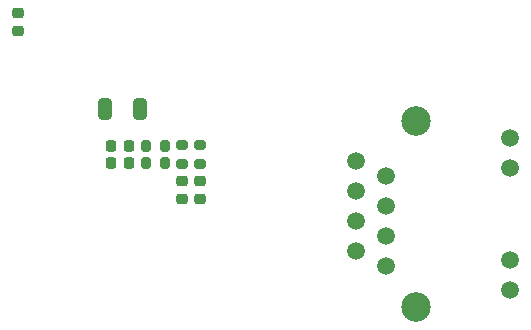
<source format=gbp>
%TF.GenerationSoftware,KiCad,Pcbnew,(6.0.8-1)-1*%
%TF.CreationDate,2022-11-24T03:29:18+08:00*%
%TF.ProjectId,CCTV3_POE_REV100,43435456-335f-4504-9f45-5f5245563130,100*%
%TF.SameCoordinates,Original*%
%TF.FileFunction,Paste,Bot*%
%TF.FilePolarity,Positive*%
%FSLAX46Y46*%
G04 Gerber Fmt 4.6, Leading zero omitted, Abs format (unit mm)*
G04 Created by KiCad (PCBNEW (6.0.8-1)-1) date 2022-11-24 03:29:18*
%MOMM*%
%LPD*%
G01*
G04 APERTURE LIST*
G04 Aperture macros list*
%AMRoundRect*
0 Rectangle with rounded corners*
0 $1 Rounding radius*
0 $2 $3 $4 $5 $6 $7 $8 $9 X,Y pos of 4 corners*
0 Add a 4 corners polygon primitive as box body*
4,1,4,$2,$3,$4,$5,$6,$7,$8,$9,$2,$3,0*
0 Add four circle primitives for the rounded corners*
1,1,$1+$1,$2,$3*
1,1,$1+$1,$4,$5*
1,1,$1+$1,$6,$7*
1,1,$1+$1,$8,$9*
0 Add four rect primitives between the rounded corners*
20,1,$1+$1,$2,$3,$4,$5,0*
20,1,$1+$1,$4,$5,$6,$7,0*
20,1,$1+$1,$6,$7,$8,$9,0*
20,1,$1+$1,$8,$9,$2,$3,0*%
G04 Aperture macros list end*
%ADD10C,1.520000*%
%ADD11C,2.500000*%
%ADD12RoundRect,0.218750X0.256250X-0.218750X0.256250X0.218750X-0.256250X0.218750X-0.256250X-0.218750X0*%
%ADD13RoundRect,0.225000X-0.225000X-0.250000X0.225000X-0.250000X0.225000X0.250000X-0.225000X0.250000X0*%
%ADD14RoundRect,0.200000X0.275000X-0.200000X0.275000X0.200000X-0.275000X0.200000X-0.275000X-0.200000X0*%
%ADD15RoundRect,0.225000X0.250000X-0.225000X0.250000X0.225000X-0.250000X0.225000X-0.250000X-0.225000X0*%
%ADD16RoundRect,0.250000X-0.325000X-0.650000X0.325000X-0.650000X0.325000X0.650000X-0.325000X0.650000X0*%
%ADD17RoundRect,0.200000X-0.200000X-0.275000X0.200000X-0.275000X0.200000X0.275000X-0.200000X0.275000X0*%
G04 APERTURE END LIST*
D10*
X54140000Y-52040000D03*
X51600000Y-50770000D03*
X54140000Y-49500000D03*
X51600000Y-48230000D03*
X54140000Y-46970000D03*
X51600000Y-45690000D03*
X54140000Y-44420000D03*
X51600000Y-43150000D03*
X64600000Y-54010000D03*
X64600000Y-51470000D03*
X64600000Y-43730000D03*
X64600000Y-41190000D03*
D11*
X56640000Y-55510000D03*
X56640000Y-39690000D03*
D12*
X23000000Y-32137500D03*
X23000000Y-30562500D03*
D13*
X30845000Y-43320000D03*
X32395000Y-43320000D03*
X30845000Y-41820000D03*
X32395000Y-41820000D03*
D14*
X36890000Y-43395000D03*
X36890000Y-41745000D03*
D15*
X36890000Y-46355000D03*
X36890000Y-44805000D03*
X38400000Y-46355000D03*
X38400000Y-44805000D03*
D16*
X30325000Y-38700000D03*
X33275000Y-38700000D03*
D17*
X33805000Y-43320000D03*
X35455000Y-43320000D03*
D14*
X38400000Y-43395000D03*
X38400000Y-41745000D03*
D17*
X33805000Y-41820000D03*
X35455000Y-41820000D03*
M02*

</source>
